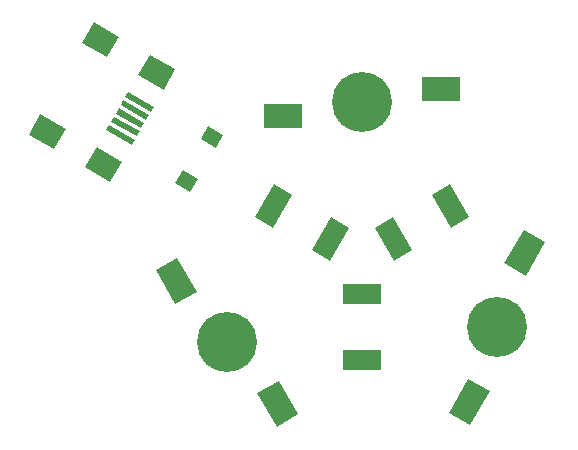
<source format=gtp>
G75*
%MOIN*%
%OFA0B0*%
%FSLAX25Y25*%
%IPPOS*%
%LPD*%
%AMOC8*
5,1,8,0,0,1.08239X$1,22.5*
%
%ADD10R,0.12992X0.08268*%
%ADD11C,0.20000*%
%ADD12R,0.09843X0.01969*%
%ADD13R,0.09843X0.07874*%
%ADD14R,0.05000X0.05787*%
%ADD15R,0.07087X0.12598*%
%ADD16R,0.12598X0.07087*%
D10*
G36*
X0098077Y0068339D02*
X0091581Y0079589D01*
X0098741Y0083723D01*
X0105237Y0072473D01*
X0098077Y0068339D01*
G37*
G36*
X0169056Y0080180D02*
X0162560Y0068930D01*
X0155400Y0073064D01*
X0161896Y0084314D01*
X0169056Y0080180D01*
G37*
G36*
X0187600Y0129936D02*
X0181104Y0118686D01*
X0173944Y0122820D01*
X0180440Y0134070D01*
X0187600Y0129936D01*
G37*
X0100319Y0172091D03*
X0152681Y0180909D03*
G36*
X0064259Y0109277D02*
X0057763Y0120527D01*
X0064923Y0124661D01*
X0071419Y0113411D01*
X0064259Y0109277D01*
G37*
D11*
X0081500Y0096500D03*
X0171500Y0101500D03*
X0126500Y0176500D03*
D12*
G36*
X0056116Y0173328D02*
X0047594Y0178248D01*
X0048578Y0179952D01*
X0057100Y0175032D01*
X0056116Y0173328D01*
G37*
G36*
X0054541Y0170601D02*
X0046019Y0175521D01*
X0047003Y0177225D01*
X0055525Y0172305D01*
X0054541Y0170601D01*
G37*
G36*
X0052966Y0167873D02*
X0044444Y0172793D01*
X0045428Y0174497D01*
X0053950Y0169577D01*
X0052966Y0167873D01*
G37*
G36*
X0051391Y0165145D02*
X0042869Y0170065D01*
X0043853Y0171769D01*
X0052375Y0166849D01*
X0051391Y0165145D01*
G37*
G36*
X0049816Y0162418D02*
X0041294Y0167338D01*
X0042278Y0169042D01*
X0050800Y0164122D01*
X0049816Y0162418D01*
G37*
D13*
G36*
X0042632Y0149972D02*
X0034109Y0154893D01*
X0038046Y0161712D01*
X0046569Y0156791D01*
X0042632Y0149972D01*
G37*
G36*
X0023879Y0160799D02*
X0015356Y0165720D01*
X0019293Y0172539D01*
X0027816Y0167618D01*
X0023879Y0160799D01*
G37*
G36*
X0060348Y0180658D02*
X0051825Y0185579D01*
X0055762Y0192398D01*
X0064285Y0187477D01*
X0060348Y0180658D01*
G37*
G36*
X0041596Y0191485D02*
X0033073Y0196406D01*
X0037010Y0203225D01*
X0045533Y0198304D01*
X0041596Y0191485D01*
G37*
D14*
G36*
X0080275Y0165730D02*
X0077775Y0161401D01*
X0072765Y0164294D01*
X0075265Y0168623D01*
X0080275Y0165730D01*
G37*
G36*
X0064300Y0149633D02*
X0066800Y0153962D01*
X0071810Y0151069D01*
X0069310Y0146740D01*
X0064300Y0149633D01*
G37*
D15*
G36*
X0096872Y0134786D02*
X0090736Y0138329D01*
X0097034Y0149238D01*
X0103170Y0145695D01*
X0096872Y0134786D01*
G37*
G36*
X0115966Y0123762D02*
X0109830Y0127305D01*
X0116128Y0138214D01*
X0122264Y0134671D01*
X0115966Y0123762D01*
G37*
G36*
X0130736Y0134671D02*
X0136872Y0138214D01*
X0143170Y0127305D01*
X0137034Y0123762D01*
X0130736Y0134671D01*
G37*
G36*
X0149830Y0145695D02*
X0155966Y0149238D01*
X0162264Y0138329D01*
X0156128Y0134786D01*
X0149830Y0145695D01*
G37*
D16*
X0126500Y0112524D03*
X0126500Y0090476D03*
M02*

</source>
